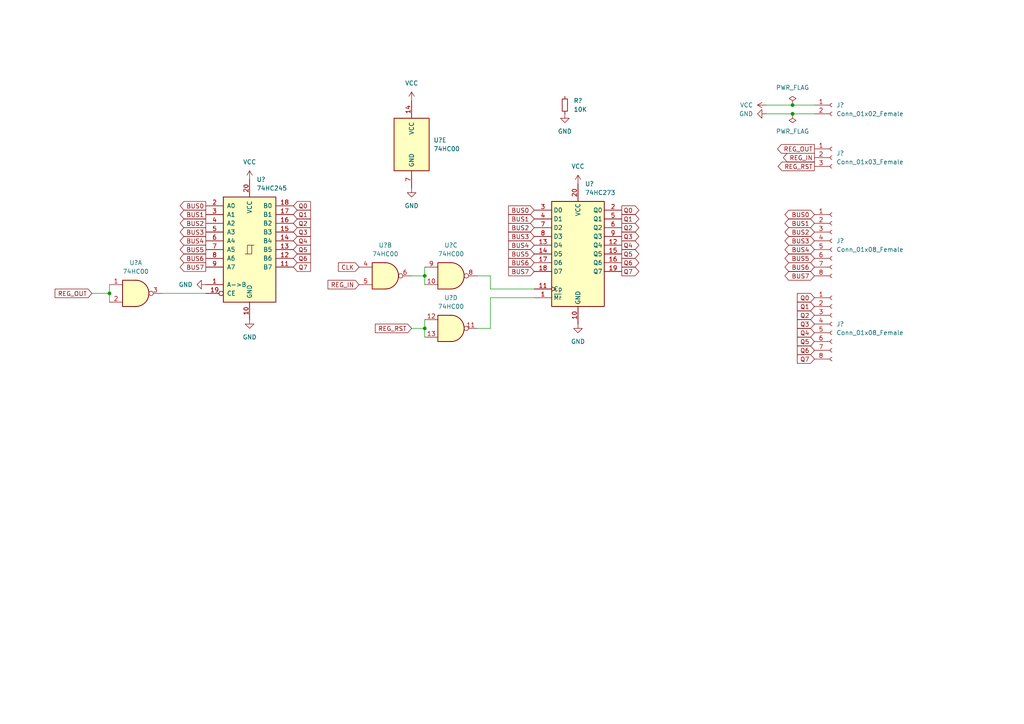
<source format=kicad_sch>
(kicad_sch (version 20211123) (generator eeschema)
  (paper "A4")
  (lib_symbols
    (symbol "74xx:74HC00" (pin_names (offset 1.016))
      (property "Reference" "U" (at 0 1.27 0))
      (property "Value" "74HC00" (at 0 -1.27 0))
      (symbol "74HC00_1_1"
        (arc (start 0 -3.81) (mid 3.81 0) (end 0 3.81) (stroke (width 0.254)) (fill (type background)))
        (polyline (pts (xy 0 3.81) (xy -3.81 3.81) (xy -3.81 -3.81) (xy 0 -3.81)) (stroke (width 0.254)) (fill (type background)))
        (pin input line (at -7.62 2.54 0) (length 3.81) (name "~") (number "1"))
        (pin input line (at -7.62 -2.54 0) (length 3.81) (name "~") (number "2"))
        (pin output inverted (at 7.62 0 180) (length 3.81) (name "~") (number "3"))
      )
      (symbol "74HC00_1_2"
        (arc (start -3.81 -3.81) (mid -2.589 0) (end -3.81 3.81) (stroke (width 0.254)))
        (arc (start -0.6096 -3.81) (mid 2.1842 -2.5851) (end 3.81 0) (stroke (width 0.254)) (fill (type background)))
        (polyline (pts (xy -3.81 -3.81) (xy -0.635 -3.81)) (stroke (width 0.254)) (fill (type background)))
        (polyline (pts (xy -3.81 3.81) (xy -0.635 3.81)) (stroke (width 0.254)) (fill (type background)))
        (polyline (pts (xy -0.635 3.81) (xy -3.81 3.81) (xy -3.81 3.81) (xy -3.556 3.4036) (xy -3.0226 2.2606) (xy -2.6924 1.0414) (xy -2.6162 -0.254) (xy -2.7686 -1.4986) (xy -3.175 -2.7178) (xy -3.81 -3.81) (xy -3.81 -3.81) (xy -0.635 -3.81)) (stroke (width -25.4)) (fill (type background)))
        (arc (start 3.81 0) (mid 2.1915 2.5936) (end -0.6096 3.81) (stroke (width 0.254)) (fill (type background)))
        (pin input inverted (at -7.62 2.54 0) (length 4.318) (name "~") (number "1"))
        (pin input inverted (at -7.62 -2.54 0) (length 4.318) (name "~") (number "2"))
        (pin output line (at 7.62 0 180) (length 3.81) (name "~") (number "3"))
      )
      (symbol "74HC00_2_1"
        (arc (start 0 -3.81) (mid 3.81 0) (end 0 3.81) (stroke (width 0.254)) (fill (type background)))
        (polyline (pts (xy 0 3.81) (xy -3.81 3.81) (xy -3.81 -3.81) (xy 0 -3.81)) (stroke (width 0.254)) (fill (type background)))
        (pin input line (at -7.62 2.54 0) (length 3.81) (name "~") (number "4"))
        (pin input line (at -7.62 -2.54 0) (length 3.81) (name "~") (number "5"))
        (pin output inverted (at 7.62 0 180) (length 3.81) (name "~") (number "6"))
      )
      (symbol "74HC00_2_2"
        (arc (start -3.81 -3.81) (mid -2.589 0) (end -3.81 3.81) (stroke (width 0.254)))
        (arc (start -0.6096 -3.81) (mid 2.1842 -2.5851) (end 3.81 0) (stroke (width 0.254)) (fill (type background)))
        (polyline (pts (xy -3.81 -3.81) (xy -0.635 -3.81)) (stroke (width 0.254)) (fill (type background)))
        (polyline (pts (xy -3.81 3.81) (xy -0.635 3.81)) (stroke (width 0.254)) (fill (type background)))
        (polyline (pts (xy -0.635 3.81) (xy -3.81 3.81) (xy -3.81 3.81) (xy -3.556 3.4036) (xy -3.0226 2.2606) (xy -2.6924 1.0414) (xy -2.6162 -0.254) (xy -2.7686 -1.4986) (xy -3.175 -2.7178) (xy -3.81 -3.81) (xy -3.81 -3.81) (xy -0.635 -3.81)) (stroke (width -25.4)) (fill (type background)))
        (arc (start 3.81 0) (mid 2.1915 2.5936) (end -0.6096 3.81) (stroke (width 0.254)) (fill (type background)))
        (pin input inverted (at -7.62 2.54 0) (length 4.318) (name "~") (number "4"))
        (pin input inverted (at -7.62 -2.54 0) (length 4.318) (name "~") (number "5"))
        (pin output line (at 7.62 0 180) (length 3.81) (name "~") (number "6"))
      )
      (symbol "74HC00_3_1"
        (arc (start 0 -3.81) (mid 3.81 0) (end 0 3.81) (stroke (width 0.254)) (fill (type background)))
        (polyline (pts (xy 0 3.81) (xy -3.81 3.81) (xy -3.81 -3.81) (xy 0 -3.81)) (stroke (width 0.254)) (fill (type background)))
        (pin input line (at -7.62 -2.54 0) (length 3.81) (name "~") (number "10"))
        (pin output inverted (at 7.62 0 180) (length 3.81) (name "~") (number "8"))
        (pin input line (at -7.62 2.54 0) (length 3.81) (name "~") (number "9"))
      )
      (symbol "74HC00_3_2"
        (arc (start -3.81 -3.81) (mid -2.589 0) (end -3.81 3.81) (stroke (width 0.254)))
        (arc (start -0.6096 -3.81) (mid 2.1842 -2.5851) (end 3.81 0) (stroke (width 0.254)) (fill (type background)))
        (polyline (pts (xy -3.81 -3.81) (xy -0.635 -3.81)) (stroke (width 0.254)) (fill (type background)))
        (polyline (pts (xy -3.81 3.81) (xy -0.635 3.81)) (stroke (width 0.254)) (fill (type background)))
        (polyline (pts (xy -0.635 3.81) (xy -3.81 3.81) (xy -3.81 3.81) (xy -3.556 3.4036) (xy -3.0226 2.2606) (xy -2.6924 1.0414) (xy -2.6162 -0.254) (xy -2.7686 -1.4986) (xy -3.175 -2.7178) (xy -3.81 -3.81) (xy -3.81 -3.81) (xy -0.635 -3.81)) (stroke (width -25.4)) (fill (type background)))
        (arc (start 3.81 0) (mid 2.1915 2.5936) (end -0.6096 3.81) (stroke (width 0.254)) (fill (type background)))
        (pin input inverted (at -7.62 -2.54 0) (length 4.318) (name "~") (number "10"))
        (pin output line (at 7.62 0 180) (length 3.81) (name "~") (number "8"))
        (pin input inverted (at -7.62 2.54 0) (length 4.318) (name "~") (number "9"))
      )
      (symbol "74HC00_4_1"
        (arc (start 0 -3.81) (mid 3.81 0) (end 0 3.81) (stroke (width 0.254)) (fill (type background)))
        (polyline (pts (xy 0 3.81) (xy -3.81 3.81) (xy -3.81 -3.81) (xy 0 -3.81)) (stroke (width 0.254)) (fill (type background)))
        (pin output inverted (at 7.62 0 180) (length 3.81) (name "~") (number "11"))
        (pin input line (at -7.62 2.54 0) (length 3.81) (name "~") (number "12"))
        (pin input line (at -7.62 -2.54 0) (length 3.81) (name "~") (number "13"))
      )
      (symbol "74HC00_4_2"
        (arc (start -3.81 -3.81) (mid -2.589 0) (end -3.81 3.81) (stroke (width 0.254)))
        (arc (start -0.6096 -3.81) (mid 2.1842 -2.5851) (end 3.81 0) (stroke (width 0.254)) (fill (type background)))
        (polyline (pts (xy -3.81 -3.81) (xy -0.635 -3.81)) (stroke (width 0.254)) (fill (type background)))
        (polyline (pts (xy -3.81 3.81) (xy -0.635 3.81)) (stroke (width 0.254)) (fill (type background)))
        (polyline (pts (xy -0.635 3.81) (xy -3.81 3.81) (xy -3.81 3.81) (xy -3.556 3.4036) (xy -3.0226 2.2606) (xy -2.6924 1.0414) (xy -2.6162 -0.254) (xy -2.7686 -1.4986) (xy -3.175 -2.7178) (xy -3.81 -3.81) (xy -3.81 -3.81) (xy -0.635 -3.81)) (stroke (width -25.4)) (fill (type background)))
        (arc (start 3.81 0) (mid 2.1915 2.5936) (end -0.6096 3.81) (stroke (width 0.254)) (fill (type background)))
        (pin output line (at 7.62 0 180) (length 3.81) (name "~") (number "11"))
        (pin input inverted (at -7.62 2.54 0) (length 4.318) (name "~") (number "12"))
        (pin input inverted (at -7.62 -2.54 0) (length 4.318) (name "~") (number "13"))
      )
      (symbol "74HC00_5_0"
        (pin power_in line (at 0 12.7 270) (length 5.08) (name "VCC") (number "14"))
        (pin power_in line (at 0 -12.7 90) (length 5.08) (name "GND") (number "7"))
      )
      (symbol "74HC00_5_1"
        (rectangle (start -5.08 7.62) (end 5.08 -7.62) (stroke (width 0.254)) (fill (type background)))
      )
    )
    (symbol "74xx:74HC245" (pin_names (offset 1.016))
      (property "Reference" "U" (at -7.62 16.51 0))
      (property "Value" "74HC245" (at -7.62 -16.51 0))
      (symbol "74HC245_1_0"
        (polyline (pts (xy -0.635 -1.27) (xy -0.635 1.27) (xy 0.635 1.27)))
        (polyline (pts (xy -1.27 -1.27) (xy 0.635 -1.27) (xy 0.635 1.27) (xy 1.27 1.27)))
        (pin input line (at -12.7 -10.16 0) (length 5.08) (name "A->B") (number "1"))
        (pin power_in line (at 0 -20.32 90) (length 5.08) (name "GND") (number "10"))
        (pin tri_state line (at 12.7 -5.08 180) (length 5.08) (name "B7") (number "11"))
        (pin tri_state line (at 12.7 -2.54 180) (length 5.08) (name "B6") (number "12"))
        (pin tri_state line (at 12.7 0 180) (length 5.08) (name "B5") (number "13"))
        (pin tri_state line (at 12.7 2.54 180) (length 5.08) (name "B4") (number "14"))
        (pin tri_state line (at 12.7 5.08 180) (length 5.08) (name "B3") (number "15"))
        (pin tri_state line (at 12.7 7.62 180) (length 5.08) (name "B2") (number "16"))
        (pin tri_state line (at 12.7 10.16 180) (length 5.08) (name "B1") (number "17"))
        (pin tri_state line (at 12.7 12.7 180) (length 5.08) (name "B0") (number "18"))
        (pin input inverted (at -12.7 -12.7 0) (length 5.08) (name "CE") (number "19"))
        (pin tri_state line (at -12.7 12.7 0) (length 5.08) (name "A0") (number "2"))
        (pin power_in line (at 0 20.32 270) (length 5.08) (name "VCC") (number "20"))
        (pin tri_state line (at -12.7 10.16 0) (length 5.08) (name "A1") (number "3"))
        (pin tri_state line (at -12.7 7.62 0) (length 5.08) (name "A2") (number "4"))
        (pin tri_state line (at -12.7 5.08 0) (length 5.08) (name "A3") (number "5"))
        (pin tri_state line (at -12.7 2.54 0) (length 5.08) (name "A4") (number "6"))
        (pin tri_state line (at -12.7 0 0) (length 5.08) (name "A5") (number "7"))
        (pin tri_state line (at -12.7 -2.54 0) (length 5.08) (name "A6") (number "8"))
        (pin tri_state line (at -12.7 -5.08 0) (length 5.08) (name "A7") (number "9"))
      )
      (symbol "74HC245_1_1"
        (rectangle (start -7.62 15.24) (end 7.62 -15.24) (stroke (width 0.254)) (fill (type background)))
      )
    )
    (symbol "74xx:74HC273"
      (property "Reference" "U" (at -7.62 16.51 0))
      (property "Value" "74HC273" (at -7.62 -16.51 0))
      (symbol "74HC273_1_0"
        (pin input line (at -12.7 -12.7 0) (length 5.08) (name "~{Mr}") (number "1"))
        (pin power_in line (at 0 -20.32 90) (length 5.08) (name "GND") (number "10"))
        (pin input clock (at -12.7 -10.16 0) (length 5.08) (name "Cp") (number "11"))
        (pin output line (at 12.7 2.54 180) (length 5.08) (name "Q4") (number "12"))
        (pin input line (at -12.7 2.54 0) (length 5.08) (name "D4") (number "13"))
        (pin input line (at -12.7 0 0) (length 5.08) (name "D5") (number "14"))
        (pin output line (at 12.7 0 180) (length 5.08) (name "Q5") (number "15"))
        (pin output line (at 12.7 -2.54 180) (length 5.08) (name "Q6") (number "16"))
        (pin input line (at -12.7 -2.54 0) (length 5.08) (name "D6") (number "17"))
        (pin input line (at -12.7 -5.08 0) (length 5.08) (name "D7") (number "18"))
        (pin output line (at 12.7 -5.08 180) (length 5.08) (name "Q7") (number "19"))
        (pin output line (at 12.7 12.7 180) (length 5.08) (name "Q0") (number "2"))
        (pin power_in line (at 0 20.32 270) (length 5.08) (name "VCC") (number "20"))
        (pin input line (at -12.7 12.7 0) (length 5.08) (name "D0") (number "3"))
        (pin input line (at -12.7 10.16 0) (length 5.08) (name "D1") (number "4"))
        (pin output line (at 12.7 10.16 180) (length 5.08) (name "Q1") (number "5"))
        (pin output line (at 12.7 7.62 180) (length 5.08) (name "Q2") (number "6"))
        (pin input line (at -12.7 7.62 0) (length 5.08) (name "D2") (number "7"))
        (pin input line (at -12.7 5.08 0) (length 5.08) (name "D3") (number "8"))
        (pin output line (at 12.7 5.08 180) (length 5.08) (name "Q3") (number "9"))
      )
      (symbol "74HC273_1_1"
        (rectangle (start -7.62 15.24) (end 7.62 -15.24) (stroke (width 0.254)) (fill (type background)))
      )
    )
    (symbol "Connector:Conn_01x02_Female" (pin_names (offset 1.016) hide)
      (property "Reference" "J" (at 0 2.54 0))
      (property "Value" "Conn_01x02_Female" (at 0 -5.08 0))
      (symbol "Conn_01x02_Female_1_1"
        (arc (start 0 -2.032) (mid -0.508 -2.54) (end 0 -3.048) (stroke (width 0.1524)))
        (polyline (pts (xy -1.27 -2.54) (xy -0.508 -2.54)) (stroke (width 0.1524)))
        (polyline (pts (xy -1.27 0) (xy -0.508 0)) (stroke (width 0.1524)))
        (arc (start 0 0.508) (mid -0.508 0) (end 0 -0.508) (stroke (width 0.1524)))
        (pin passive line (at -5.08 0 0) (length 3.81) (name "Pin_1") (number "1"))
        (pin passive line (at -5.08 -2.54 0) (length 3.81) (name "Pin_2") (number "2"))
      )
    )
    (symbol "Connector:Conn_01x03_Female" (pin_names (offset 1.016) hide)
      (property "Reference" "J" (at 0 5.08 0))
      (property "Value" "Conn_01x03_Female" (at 0 -5.08 0))
      (symbol "Conn_01x03_Female_1_1"
        (arc (start 0 -2.032) (mid -0.508 -2.54) (end 0 -3.048) (stroke (width 0.1524)))
        (polyline (pts (xy -1.27 -2.54) (xy -0.508 -2.54)) (stroke (width 0.1524)))
        (polyline (pts (xy -1.27 0) (xy -0.508 0)) (stroke (width 0.1524)))
        (polyline (pts (xy -1.27 2.54) (xy -0.508 2.54)) (stroke (width 0.1524)))
        (arc (start 0 0.508) (mid -0.508 0) (end 0 -0.508) (stroke (width 0.1524)))
        (arc (start 0 3.048) (mid -0.508 2.54) (end 0 2.032) (stroke (width 0.1524)))
        (pin passive line (at -5.08 2.54 0) (length 3.81) (name "Pin_1") (number "1"))
        (pin passive line (at -5.08 0 0) (length 3.81) (name "Pin_2") (number "2"))
        (pin passive line (at -5.08 -2.54 0) (length 3.81) (name "Pin_3") (number "3"))
      )
    )
    (symbol "Connector:Conn_01x08_Female" (pin_names (offset 1.016) hide)
      (property "Reference" "J" (at 0 10.16 0))
      (property "Value" "Conn_01x08_Female" (at 0 -12.7 0))
      (symbol "Conn_01x08_Female_1_1"
        (arc (start 0 -9.652) (mid -0.508 -10.16) (end 0 -10.668) (stroke (width 0.1524)))
        (arc (start 0 -7.112) (mid -0.508 -7.62) (end 0 -8.128) (stroke (width 0.1524)))
        (arc (start 0 -4.572) (mid -0.508 -5.08) (end 0 -5.588) (stroke (width 0.1524)))
        (arc (start 0 -2.032) (mid -0.508 -2.54) (end 0 -3.048) (stroke (width 0.1524)))
        (polyline (pts (xy -1.27 -10.16) (xy -0.508 -10.16)) (stroke (width 0.1524)))
        (polyline (pts (xy -1.27 -7.62) (xy -0.508 -7.62)) (stroke (width 0.1524)))
        (polyline (pts (xy -1.27 -5.08) (xy -0.508 -5.08)) (stroke (width 0.1524)))
        (polyline (pts (xy -1.27 -2.54) (xy -0.508 -2.54)) (stroke (width 0.1524)))
        (polyline (pts (xy -1.27 0) (xy -0.508 0)) (stroke (width 0.1524)))
        (polyline (pts (xy -1.27 2.54) (xy -0.508 2.54)) (stroke (width 0.1524)))
        (polyline (pts (xy -1.27 5.08) (xy -0.508 5.08)) (stroke (width 0.1524)))
        (polyline (pts (xy -1.27 7.62) (xy -0.508 7.62)) (stroke (width 0.1524)))
        (arc (start 0 0.508) (mid -0.508 0) (end 0 -0.508) (stroke (width 0.1524)))
        (arc (start 0 3.048) (mid -0.508 2.54) (end 0 2.032) (stroke (width 0.1524)))
        (arc (start 0 5.588) (mid -0.508 5.08) (end 0 4.572) (stroke (width 0.1524)))
        (arc (start 0 8.128) (mid -0.508 7.62) (end 0 7.112) (stroke (width 0.1524)))
        (pin passive line (at -5.08 7.62 0) (length 3.81) (name "Pin_1") (number "1"))
        (pin passive line (at -5.08 5.08 0) (length 3.81) (name "Pin_2") (number "2"))
        (pin passive line (at -5.08 2.54 0) (length 3.81) (name "Pin_3") (number "3"))
        (pin passive line (at -5.08 0 0) (length 3.81) (name "Pin_4") (number "4"))
        (pin passive line (at -5.08 -2.54 0) (length 3.81) (name "Pin_5") (number "5"))
        (pin passive line (at -5.08 -5.08 0) (length 3.81) (name "Pin_6") (number "6"))
        (pin passive line (at -5.08 -7.62 0) (length 3.81) (name "Pin_7") (number "7"))
        (pin passive line (at -5.08 -10.16 0) (length 3.81) (name "Pin_8") (number "8"))
      )
    )
    (symbol "Device:R_Small" (pin_numbers hide) (pin_names (offset 0.254) hide)
      (property "Reference" "R" (at 0.762 0.508 0))
      (property "Value" "R_Small" (at 0.762 -1.016 0))
      (symbol "R_Small_0_1"
        (rectangle (start -0.762 1.778) (end 0.762 -1.778) (stroke (width 0.2032)))
      )
      (symbol "R_Small_1_1"
        (pin passive line (at 0 2.54 270) (length 0.762) (name "~") (number "1"))
        (pin passive line (at 0 -2.54 90) (length 0.762) (name "~") (number "2"))
      )
    )
    (symbol "power:GND" (power) (pin_names (offset 0))
      (property "Value" "GND" (at 0 -3.81 0))
      (symbol "GND_0_1"
        (polyline (pts (xy 0 0) (xy 0 -1.27) (xy 1.27 -1.27) (xy 0 -2.54) (xy -1.27 -1.27) (xy 0 -1.27)))
      )
      (symbol "GND_1_1"
        (pin power_in line (at 0 0 270) (length 0) hide (name "GND") (number "1"))
      )
    )
    (symbol "power:PWR_FLAG" (power) (pin_numbers hide) (pin_names (offset 0) hide)
      (property "Value" "PWR_FLAG" (at 0 3.81 0))
      (symbol "PWR_FLAG_0_0"
        (pin power_out line (at 0 0 90) (length 0) (name "pwr") (number "1"))
      )
      (symbol "PWR_FLAG_0_1"
        (polyline (pts (xy 0 0) (xy 0 1.27) (xy -1.016 1.905) (xy 0 2.54) (xy 1.016 1.905) (xy 0 1.27)))
      )
    )
    (symbol "power:VCC" (power) (pin_names (offset 0))
      (property "Value" "VCC" (at 0 3.81 0))
      (symbol "VCC_0_1"
        (polyline (pts (xy -0.762 1.27) (xy 0 2.54)))
        (polyline (pts (xy 0 0) (xy 0 2.54)))
        (polyline (pts (xy 0 2.54) (xy 0.762 1.27)))
      )
      (symbol "VCC_1_1"
        (pin power_in line (at 0 0 90) (length 0) hide (name "VCC") (number "1"))
      )
    )
  )
  (junction (at 123.19 95.25))
  (junction (at 31.75 85.09))
  (junction (at 229.87 30.48))
  (junction (at 229.87 33.02))
  (junction (at 123.19 80.01))
  (wire (pts (xy 123.19 80.01) (xy 123.19 77.47)))
  (wire (pts (xy 26.67 85.09) (xy 31.75 85.09)))
  (wire (pts (xy 123.19 95.25) (xy 123.19 92.71)))
  (wire (pts (xy 142.24 83.82) (xy 154.94 83.82)))
  (wire (pts (xy 142.24 80.01) (xy 142.24 83.82)))
  (wire (pts (xy 138.43 80.01) (xy 142.24 80.01)))
  (wire (pts (xy 222.25 30.48) (xy 229.87 30.48)))
  (wire (pts (xy 229.87 33.02) (xy 236.22 33.02)))
  (wire (pts (xy 123.19 95.25) (xy 123.19 97.79)))
  (wire (pts (xy 142.24 86.36) (xy 154.94 86.36)))
  (wire (pts (xy 229.87 30.48) (xy 236.22 30.48)))
  (wire (pts (xy 119.38 80.01) (xy 123.19 80.01)))
  (wire (pts (xy 222.25 33.02) (xy 229.87 33.02)))
  (wire (pts (xy 119.38 95.25) (xy 123.19 95.25)))
  (wire (pts (xy 31.75 85.09) (xy 31.75 82.55)))
  (wire (pts (xy 31.75 85.09) (xy 31.75 87.63)))
  (wire (pts (xy 46.99 85.09) (xy 59.69 85.09)))
  (wire (pts (xy 123.19 80.01) (xy 123.19 82.55)))
  (wire (pts (xy 142.24 86.36) (xy 142.24 95.25)))
  (wire (pts (xy 138.43 95.25) (xy 142.24 95.25)))
  (global_label "BUS6" (shape input) (at 154.94 76.2 180) (property "Intersheet References" "${INTERSHEET_REFS}" (effects hide)))
  (global_label "Q2" (shape input) (at 85.09 64.77 0) (property "Intersheet References" "${INTERSHEET_REFS}" (effects hide)))
  (global_label "BUS4" (shape bidirectional) (at 236.22 72.39 180) (property "Intersheet References" "${INTERSHEET_REFS}" (effects hide)))
  (global_label "REG_RST" (shape input) (at 119.38 95.25 180) (property "Intersheet References" "${INTERSHEET_REFS}" (effects hide)))
  (global_label "Q3" (shape input) (at 85.09 67.31 0) (property "Intersheet References" "${INTERSHEET_REFS}" (effects hide)))
  (global_label "BUS7" (shape output) (at 59.69 77.47 180) (property "Intersheet References" "${INTERSHEET_REFS}" (effects hide)))
  (global_label "Q0" (shape output) (at 180.34 60.96 0) (property "Intersheet References" "${INTERSHEET_REFS}" (effects hide)))
  (global_label "BUS1" (shape input) (at 154.94 63.5 180) (property "Intersheet References" "${INTERSHEET_REFS}" (effects hide)))
  (global_label "Q7" (shape input) (at 236.22 104.14 180) (property "Intersheet References" "${INTERSHEET_REFS}" (effects hide)))
  (global_label "BUS1" (shape output) (at 59.69 62.23 180) (property "Intersheet References" "${INTERSHEET_REFS}" (effects hide)))
  (global_label "REG_OUT" (shape input) (at 26.67 85.09 180) (property "Intersheet References" "${INTERSHEET_REFS}" (effects hide)))
  (global_label "BUS5" (shape input) (at 154.94 73.66 180) (property "Intersheet References" "${INTERSHEET_REFS}" (effects hide)))
  (global_label "Q2" (shape output) (at 180.34 66.04 0) (property "Intersheet References" "${INTERSHEET_REFS}" (effects hide)))
  (global_label "Q7" (shape output) (at 180.34 78.74 0) (property "Intersheet References" "${INTERSHEET_REFS}" (effects hide)))
  (global_label "BUS3" (shape input) (at 154.94 68.58 180) (property "Intersheet References" "${INTERSHEET_REFS}" (effects hide)))
  (global_label "Q3" (shape input) (at 236.22 93.98 180) (property "Intersheet References" "${INTERSHEET_REFS}" (effects hide)))
  (global_label "BUS6" (shape output) (at 59.69 74.93 180) (property "Intersheet References" "${INTERSHEET_REFS}" (effects hide)))
  (global_label "Q1" (shape input) (at 85.09 62.23 0) (property "Intersheet References" "${INTERSHEET_REFS}" (effects hide)))
  (global_label "Q5" (shape input) (at 236.22 99.06 180) (property "Intersheet References" "${INTERSHEET_REFS}" (effects hide)))
  (global_label "Q0" (shape input) (at 236.22 86.36 180) (property "Intersheet References" "${INTERSHEET_REFS}" (effects hide)))
  (global_label "BUS4" (shape input) (at 154.94 71.12 180) (property "Intersheet References" "${INTERSHEET_REFS}" (effects hide)))
  (global_label "REG_RST" (shape output) (at 236.22 48.26 180) (property "Intersheet References" "${INTERSHEET_REFS}" (effects hide)))
  (global_label "REG_OUT" (shape output) (at 236.22 43.18 180) (property "Intersheet References" "${INTERSHEET_REFS}" (effects hide)))
  (global_label "Q6" (shape input) (at 236.22 101.6 180) (property "Intersheet References" "${INTERSHEET_REFS}" (effects hide)))
  (global_label "Q4" (shape input) (at 85.09 69.85 0) (property "Intersheet References" "${INTERSHEET_REFS}" (effects hide)))
  (global_label "CLK" (shape input) (at 104.14 77.47 180) (property "Intersheet References" "${INTERSHEET_REFS}" (effects hide)))
  (global_label "REG_IN" (shape output) (at 236.22 45.72 180) (property "Intersheet References" "${INTERSHEET_REFS}" (effects hide)))
  (global_label "Q5" (shape output) (at 180.34 73.66 0) (property "Intersheet References" "${INTERSHEET_REFS}" (effects hide)))
  (global_label "Q6" (shape input) (at 85.09 74.93 0) (property "Intersheet References" "${INTERSHEET_REFS}" (effects hide)))
  (global_label "BUS6" (shape bidirectional) (at 236.22 77.47 180) (property "Intersheet References" "${INTERSHEET_REFS}" (effects hide)))
  (global_label "BUS7" (shape bidirectional) (at 236.22 80.01 180) (property "Intersheet References" "${INTERSHEET_REFS}" (effects hide)))
  (global_label "Q5" (shape input) (at 85.09 72.39 0) (property "Intersheet References" "${INTERSHEET_REFS}" (effects hide)))
  (global_label "BUS3" (shape output) (at 59.69 67.31 180) (property "Intersheet References" "${INTERSHEET_REFS}" (effects hide)))
  (global_label "Q7" (shape input) (at 85.09 77.47 0) (property "Intersheet References" "${INTERSHEET_REFS}" (effects hide)))
  (global_label "BUS3" (shape bidirectional) (at 236.22 69.85 180) (property "Intersheet References" "${INTERSHEET_REFS}" (effects hide)))
  (global_label "REG_IN" (shape input) (at 104.14 82.55 180) (property "Intersheet References" "${INTERSHEET_REFS}" (effects hide)))
  (global_label "BUS0" (shape output) (at 59.69 59.69 180) (property "Intersheet References" "${INTERSHEET_REFS}" (effects hide)))
  (global_label "Q0" (shape input) (at 85.09 59.69 0) (property "Intersheet References" "${INTERSHEET_REFS}" (effects hide)))
  (global_label "BUS4" (shape output) (at 59.69 69.85 180) (property "Intersheet References" "${INTERSHEET_REFS}" (effects hide)))
  (global_label "BUS2" (shape output) (at 59.69 64.77 180) (property "Intersheet References" "${INTERSHEET_REFS}" (effects hide)))
  (global_label "Q6" (shape output) (at 180.34 76.2 0) (property "Intersheet References" "${INTERSHEET_REFS}" (effects hide)))
  (global_label "Q4" (shape input) (at 236.22 96.52 180) (property "Intersheet References" "${INTERSHEET_REFS}" (effects hide)))
  (global_label "BUS5" (shape bidirectional) (at 236.22 74.93 180) (property "Intersheet References" "${INTERSHEET_REFS}" (effects hide)))
  (global_label "BUS2" (shape bidirectional) (at 236.22 67.31 180) (property "Intersheet References" "${INTERSHEET_REFS}" (effects hide)))
  (global_label "BUS0" (shape bidirectional) (at 236.22 62.23 180) (property "Intersheet References" "${INTERSHEET_REFS}" (effects hide)))
  (global_label "BUS7" (shape input) (at 154.94 78.74 180) (property "Intersheet References" "${INTERSHEET_REFS}" (effects hide)))
  (global_label "Q4" (shape output) (at 180.34 71.12 0) (property "Intersheet References" "${INTERSHEET_REFS}" (effects hide)))
  (global_label "BUS1" (shape bidirectional) (at 236.22 64.77 180) (property "Intersheet References" "${INTERSHEET_REFS}" (effects hide)))
  (global_label "BUS5" (shape output) (at 59.69 72.39 180) (property "Intersheet References" "${INTERSHEET_REFS}" (effects hide)))
  (global_label "Q3" (shape output) (at 180.34 68.58 0) (property "Intersheet References" "${INTERSHEET_REFS}" (effects hide)))
  (global_label "BUS0" (shape input) (at 154.94 60.96 180) (property "Intersheet References" "${INTERSHEET_REFS}" (effects hide)))
  (global_label "Q1" (shape output) (at 180.34 63.5 0) (property "Intersheet References" "${INTERSHEET_REFS}" (effects hide)))
  (global_label "BUS2" (shape input) (at 154.94 66.04 180) (property "Intersheet References" "${INTERSHEET_REFS}" (effects hide)))
  (global_label "Q2" (shape input) (at 236.22 91.44 180) (property "Intersheet References" "${INTERSHEET_REFS}" (effects hide)))
  (global_label "Q1" (shape input) (at 236.22 88.9 180) (property "Intersheet References" "${INTERSHEET_REFS}" (effects hide)))
  (symbol (lib_id "74xx:74HC245") (at 72.39 72.39 0) (unit 1)
    (property "Reference" "U?" (at 74.4094 52.07 0) (effects (justify left)))
    (property "Value" "74HC245" (at 74.4094 54.61 0) (effects (justify left)))
    (property "Datasheet" "http://www.ti.com/lit/gpn/sn74HC245" (effects hide))
  )
  (symbol (lib_id "power:VCC") (at 119.38 29.21 0) (unit 1)
    (property "Reference" "#PWR?" (effects hide))
    (property "Value" "VCC" (at 119.38 24.13 0))
  )
  (symbol (lib_id "power:GND") (at 163.83 33.02 0) (unit 1)
    (property "Reference" "#PWR?" (effects hide))
    (property "Value" "GND" (at 163.83 38.1 0))
  )
  (symbol (lib_id "74xx:74HC273") (at 167.64 73.66 0) (unit 1)
    (property "Reference" "U?" (at 169.6594 53.34 0) (effects (justify left)))
    (property "Value" "74HC273" (at 169.6594 55.88 0) (effects (justify left)))
    (property "Datasheet" "https://assets.nexperia.com/documents/data-sheet/74HC_HCT273.pdf" (effects hide))
  )
  (symbol (lib_id "power:GND") (at 222.25 33.02 270) (unit 1)
    (property "Reference" "#PWR?" (effects hide))
    (property "Value" "GND" (at 218.44 33.0199 90) (effects (justify right)))
  )
  (symbol (lib_id "power:PWR_FLAG") (at 229.87 30.48 0) (unit 1)
    (property "Reference" "#FLG?" (effects hide))
    (property "Value" "PWR_FLAG" (at 229.87 25.4 0))
  )
  (symbol (lib_id "74xx:74HC00") (at 119.38 41.91 0) (unit 5)
    (property "Reference" "U?" (at 125.73 40.6399 0) (effects (justify left)))
    (property "Value" "74HC00" (at 125.73 43.1799 0) (effects (justify left)))
    (property "Datasheet" "http://www.ti.com/lit/gpn/sn74hc00" (effects hide))
  )
  (symbol (lib_id "Connector:Conn_01x02_Female") (at 241.3 30.48 0) (unit 1)
    (property "Reference" "J?" (at 242.57 30.4799 0) (effects (justify left)))
    (property "Value" "Conn_01x02_Female" (at 242.57 33.0199 0) (effects (justify left)))
  )
  (symbol (lib_id "power:VCC") (at 167.64 53.34 0) (unit 1)
    (property "Reference" "#PWR?" (effects hide))
    (property "Value" "VCC" (at 167.64 48.26 0))
  )
  (symbol (lib_id "74xx:74HC00") (at 130.81 95.25 0) (unit 4)
    (property "Reference" "U?" (at 130.81 86.36 0))
    (property "Value" "74HC00" (at 130.81 88.9 0))
    (property "Datasheet" "http://www.ti.com/lit/gpn/sn74hc00" (effects hide))
  )
  (symbol (lib_id "power:PWR_FLAG") (at 229.87 33.02 180) (unit 1)
    (property "Reference" "#FLG?" (effects hide))
    (property "Value" "PWR_FLAG" (at 229.87 38.1 0))
  )
  (symbol (lib_id "74xx:74HC00") (at 111.76 80.01 0) (unit 2)
    (property "Reference" "U?" (at 111.76 71.12 0))
    (property "Value" "74HC00" (at 111.76 73.66 0))
    (property "Datasheet" "http://www.ti.com/lit/gpn/sn74hc00" (effects hide))
  )
  (symbol (lib_id "power:GND") (at 167.64 93.98 0) (unit 1)
    (property "Reference" "#PWR?" (effects hide))
    (property "Value" "GND" (at 167.64 99.06 0))
  )
  (symbol (lib_id "Connector:Conn_01x03_Female") (at 241.3 45.72 0) (unit 1)
    (property "Reference" "J?" (at 242.57 44.4499 0) (effects (justify left)))
    (property "Value" "Conn_01x03_Female" (at 242.57 46.9899 0) (effects (justify left)))
  )
  (symbol (lib_id "power:VCC") (at 222.25 30.48 90) (unit 1)
    (property "Reference" "#PWR?" (effects hide))
    (property "Value" "VCC" (at 218.44 30.4799 90) (effects (justify left)))
  )
  (symbol (lib_id "power:GND") (at 119.38 54.61 0) (unit 1)
    (property "Reference" "#PWR?" (effects hide))
    (property "Value" "GND" (at 119.38 59.69 0))
  )
  (symbol (lib_id "74xx:74HC00") (at 130.81 80.01 0) (unit 3)
    (property "Reference" "U?" (at 130.81 71.12 0))
    (property "Value" "74HC00" (at 130.81 73.66 0))
    (property "Datasheet" "http://www.ti.com/lit/gpn/sn74hc00" (effects hide))
  )
  (symbol (lib_id "power:VCC") (at 72.39 52.07 0) (unit 1)
    (property "Reference" "#PWR?" (effects hide))
    (property "Value" "VCC" (at 72.39 46.99 0))
  )
  (symbol (lib_id "power:GND") (at 59.69 82.55 270) (unit 1)
    (property "Reference" "#PWR?" (effects hide))
    (property "Value" "GND" (at 55.88 82.5499 90) (effects (justify right)))
  )
  (symbol (lib_id "74xx:74HC00") (at 39.37 85.09 0) (unit 1)
    (property "Reference" "U?" (at 39.37 76.2 0))
    (property "Value" "74HC00" (at 39.37 78.74 0))
    (property "Datasheet" "http://www.ti.com/lit/gpn/sn74hc00" (effects hide))
  )
  (symbol (lib_id "power:GND") (at 72.39 92.71 0) (unit 1)
    (property "Reference" "#PWR?" (effects hide))
    (property "Value" "GND" (at 72.39 97.79 0))
  )
  (symbol (lib_id "Connector:Conn_01x08_Female") (at 241.3 93.98 0) (unit 1)
    (property "Reference" "J?" (at 242.57 93.9799 0) (effects (justify left)))
    (property "Value" "Conn_01x08_Female" (at 242.57 96.5199 0) (effects (justify left)))
  )
  (symbol (lib_id "Device:R_Small") (at 163.83 30.48 0) (unit 1)
    (property "Reference" "R?" (at 166.37 29.2099 0) (effects (justify left)))
    (property "Value" "10K" (at 166.37 31.7499 0) (effects (justify left)))
  )
  (symbol (lib_id "Connector:Conn_01x08_Female") (at 241.3 69.85 0) (unit 1)
    (property "Reference" "J?" (at 242.57 69.8499 0) (effects (justify left)))
    (property "Value" "Conn_01x08_Female" (at 242.57 72.3899 0) (effects (justify left)))
  )
)
</source>
